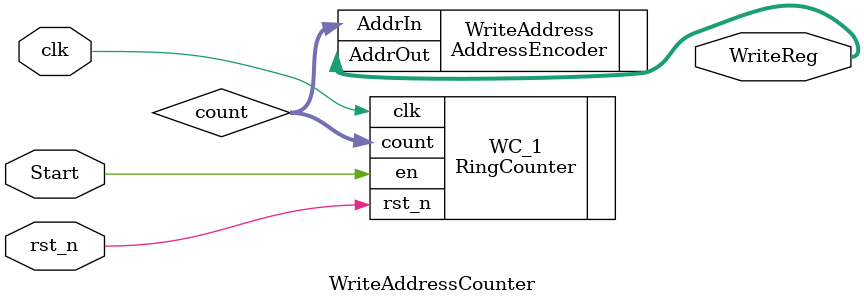
<source format=v>
`timescale 1ns / 1ps


module WriteAddressCounter(Start, clk, rst_n, WriteReg);
    input Start, clk, rst_n;
    output [3:0] WriteReg;
    
    wire [14:0] count;
    
    RingCounter WC_1(.en(Start), .clk(clk), .rst_n(rst_n), .count(count));
    AddressEncoder WriteAddress (.AddrIn(count), .AddrOut(WriteReg));
endmodule

</source>
